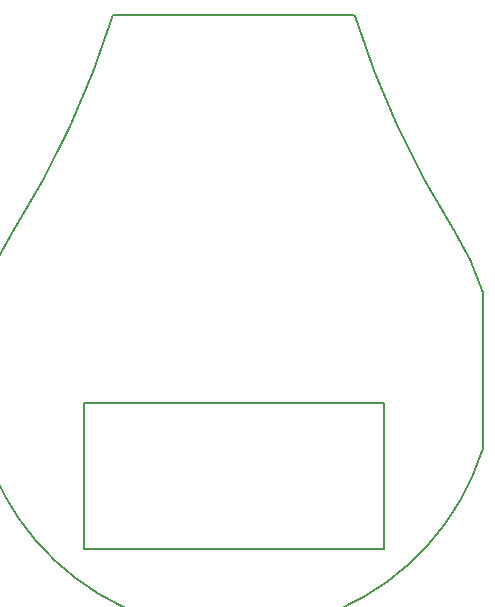
<source format=gko>
G04*
G04 #@! TF.GenerationSoftware,Altium Limited,Altium Designer,19.1.9 (167)*
G04*
G04 Layer_Color=16711935*
%FSAX25Y25*%
%MOIN*%
G70*
G01*
G75*
%ADD10C,0.00787*%
D10*
X0826139Y3368149D02*
G03*
X0825763Y3368425I-0000376J-0000118D01*
G01*
X0826139Y3368149D02*
G03*
X0859355Y3296326I0292649J0091746D01*
G01*
X0826139Y3368149D02*
G03*
X0825763Y3368425I-0000376J-0000118D01*
G01*
X0868691Y3276226D02*
G03*
X0859355Y3296326I-0082936J-0026305D01*
G01*
X0745745Y3368425D02*
G03*
X0745369Y3368149I0000000J-0000394D01*
G01*
X0745745Y3368425D02*
G03*
X0745369Y3368149I0000000J-0000394D01*
G01*
X0712154Y3296326D02*
G03*
X0745369Y3368149I-0259433J0163569D01*
G01*
X0712154Y3296326D02*
G03*
X0868696Y3223632I0073601J-0046404D01*
G01*
X0868692Y3223633D02*
Y3276227D01*
X0762132Y3368425D02*
X0809376D01*
X0825763D01*
X0835729Y3190448D02*
Y3238952D01*
X0745745Y3368425D02*
X0762132D01*
X0735729Y3190448D02*
X0835729D01*
X0735729Y3238952D02*
X0835729D01*
X0735729Y3190448D02*
Y3238952D01*
M02*

</source>
